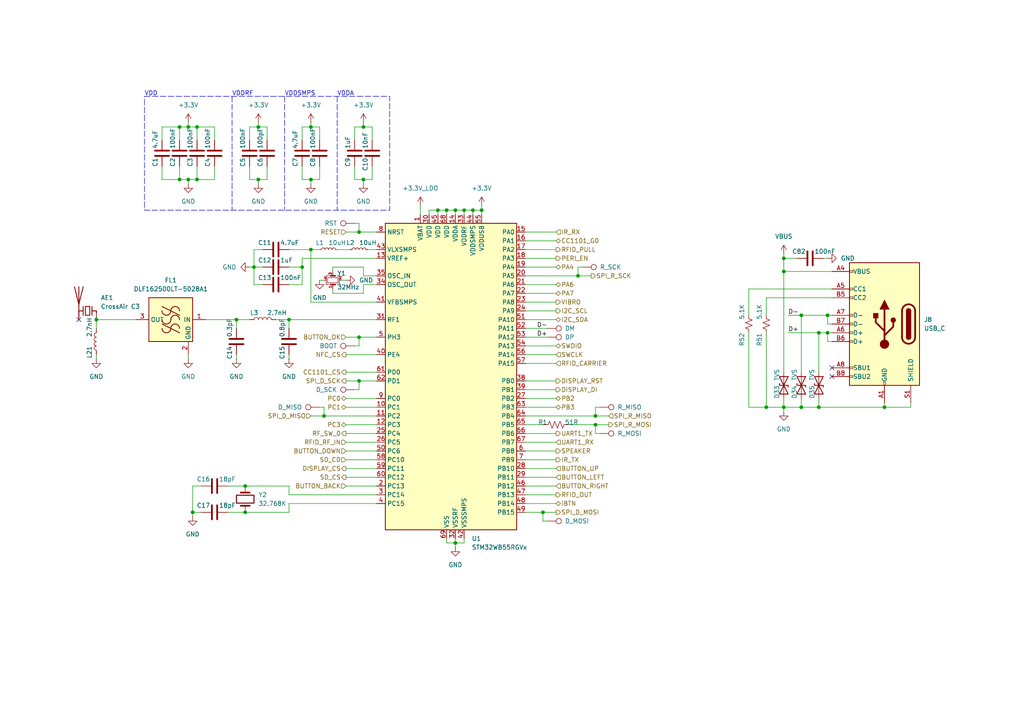
<source format=kicad_sch>
(kicad_sch (version 20231120) (generator "eeschema") (generator_version "8.0")
  (paper "A4")
  (lib_symbols
    (symbol "Connector:TestPoint" (pin_numbers hide) (pin_names (offset 0.762) hide)
      (property "Reference" "TP" (at 0 6.858 0))
      (property "Value" "TestPoint" (at 0 5.08 0))
      (symbol "TestPoint_1_1"
        (pin passive line (at 0 0 90) (length 2.54) (name "1") (number "1"))
      )
    )
    (symbol "Connector:USB_C_Receptacle_USB2.0_16P" (pin_names (offset 1.016))
      (property "Reference" "J" (at 0 22.225 0))
      (property "Value" "USB_C_Receptacle_USB2.0_16P" (at 0 19.685 0))
      (symbol "USB_C_Receptacle_USB2.0_16P_1_1"
        (pin passive line (at 0 -22.86 90) (length 5.08) (name "GND") (number "A1"))
        (pin passive line (at 0 -22.86 90) (length 5.08) hide (name "GND") (number "A12"))
        (pin passive line (at 15.24 15.24 180) (length 5.08) (name "VBUS") (number "A4"))
        (pin bidirectional line (at 15.24 10.16 180) (length 5.08) (name "CC1") (number "A5"))
        (pin bidirectional line (at 15.24 -2.54 180) (length 5.08) (name "D+") (number "A6"))
        (pin bidirectional line (at 15.24 2.54 180) (length 5.08) (name "D-") (number "A7"))
        (pin bidirectional line (at 15.24 -12.7 180) (length 5.08) (name "SBU1") (number "A8"))
        (pin passive line (at 15.24 15.24 180) (length 5.08) hide (name "VBUS") (number "A9"))
        (pin passive line (at 0 -22.86 90) (length 5.08) hide (name "GND") (number "B1"))
        (pin passive line (at 0 -22.86 90) (length 5.08) hide (name "GND") (number "B12"))
        (pin passive line (at 15.24 15.24 180) (length 5.08) hide (name "VBUS") (number "B4"))
        (pin bidirectional line (at 15.24 7.62 180) (length 5.08) (name "CC2") (number "B5"))
        (pin bidirectional line (at 15.24 -5.08 180) (length 5.08) (name "D+") (number "B6"))
        (pin bidirectional line (at 15.24 0 180) (length 5.08) (name "D-") (number "B7"))
        (pin bidirectional line (at 15.24 -15.24 180) (length 5.08) (name "SBU2") (number "B8"))
        (pin passive line (at 15.24 15.24 180) (length 5.08) hide (name "VBUS") (number "B9"))
        (pin passive line (at -7.62 -22.86 90) (length 5.08) (name "SHIELD") (number "S1"))
      )
    )
    (symbol "Device:Antenna_Chip" (pin_numbers hide) (pin_names (offset 1.016) hide)
      (property "Reference" "AE" (at 0 5.08 0))
      (property "Value" "Antenna_Chip" (at 0 3.175 0))
      (symbol "Antenna_Chip_1_1"
        (pin input line (at -2.54 -2.54 90) (length 2.54) (name "FEED") (number "1"))
        (pin passive line (at 2.54 -2.54 90) (length 2.54) (name "PCB_Trace") (number "2"))
      )
    )
    (symbol "Device:C" (pin_numbers hide) (pin_names (offset 0.254))
      (property "Reference" "C" (at 0.635 2.54 0))
      (property "Value" "C" (at 0.635 -2.54 0))
      (symbol "C_1_1"
        (pin passive line (at 0 3.81 270) (length 2.794) (name "~") (number "1"))
        (pin passive line (at 0 -3.81 90) (length 2.794) (name "~") (number "2"))
      )
    )
    (symbol "Device:Crystal" (pin_numbers hide) (pin_names (offset 1.016) hide)
      (property "Reference" "Y" (at 0 3.81 0))
      (property "Value" "Crystal" (at 0 -3.81 0))
      (symbol "Crystal_1_1"
        (pin passive line (at -3.81 0 0) (length 1.27) (name "1") (number "1"))
        (pin passive line (at 3.81 0 180) (length 1.27) (name "2") (number "2"))
      )
    )
    (symbol "Device:Crystal_GND24_Small" (pin_names (offset 1.016) hide)
      (property "Reference" "Y" (at 1.27 4.445 0))
      (property "Value" "Crystal_GND24_Small" (at 1.27 2.54 0))
      (symbol "Crystal_GND24_Small_1_1"
        (pin passive line (at -2.54 0 0) (length 1.27) (name "1") (number "1"))
        (pin passive line (at 0 -2.54 90) (length 0.635) (name "2") (number "2"))
        (pin passive line (at 2.54 0 180) (length 1.27) (name "3") (number "3"))
        (pin passive line (at 0 2.54 270) (length 0.635) (name "4") (number "4"))
      )
    )
    (symbol "Device:D_TVS" (pin_numbers hide) (pin_names (offset 1.016) hide)
      (property "Reference" "D" (at 0 2.54 0))
      (property "Value" "D_TVS" (at 0 -2.54 0))
      (symbol "D_TVS_1_1"
        (pin passive line (at -3.81 0 0) (length 2.54) (name "A1") (number "1"))
        (pin passive line (at 3.81 0 180) (length 2.54) (name "A2") (number "2"))
      )
    )
    (symbol "Device:L" (pin_numbers hide) (pin_names (offset 1.016) hide)
      (property "Reference" "L" (at -1.27 0 90))
      (property "Value" "L" (at 1.905 0 90))
      (symbol "L_1_1"
        (pin passive line (at 0 3.81 270) (length 1.27) (name "1") (number "1"))
        (pin passive line (at 0 -3.81 90) (length 1.27) (name "2") (number "2"))
      )
    )
    (symbol "Device:L_Small" (pin_numbers hide) (pin_names (offset 0.254) hide)
      (property "Reference" "L" (at 0.762 1.016 0))
      (property "Value" "L_Small" (at 0.762 -1.016 0))
      (symbol "L_Small_1_1"
        (pin passive line (at 0 2.54 270) (length 0.508) (name "~") (number "1"))
        (pin passive line (at 0 -2.54 90) (length 0.508) (name "~") (number "2"))
      )
    )
    (symbol "Device:R_Small_US" (pin_numbers hide) (pin_names (offset 0.254) hide)
      (property "Reference" "R" (at 0.762 0.508 0))
      (property "Value" "R_Small_US" (at 0.762 -1.016 0))
      (symbol "R_Small_US_1_1"
        (pin passive line (at 0 2.54 270) (length 1.016) (name "~") (number "1"))
        (pin passive line (at 0 -2.54 90) (length 1.016) (name "~") (number "2"))
      )
    )
    (symbol "Device:R_US" (pin_numbers hide) (pin_names (offset 0))
      (property "Reference" "R" (at 2.54 0 90))
      (property "Value" "R_US" (at -2.54 0 90))
      (symbol "R_US_1_1"
        (pin passive line (at 0 3.81 270) (length 1.27) (name "~") (number "1"))
        (pin passive line (at 0 -3.81 90) (length 1.27) (name "~") (number "2"))
      )
    )
    (symbol "Library:DLF162500LT-5028A1"
      (property "Reference" "FL" (at 0 10.16 0))
      (property "Value" "DLF162500LT-5028A1" (at 0 7.62 0))
      (symbol "DLF162500LT-5028A1_1_1"
        (pin input line (at -10.16 0 0) (length 3.81) (name "IN") (number "1"))
        (pin power_in line (at -5.08 -10.16 90) (length 3.81) (name "GND") (number "2"))
        (pin output line (at 10.16 0 180) (length 3.81) (name "OUT") (number "3"))
        (pin passive line (at -5.08 -10.16 90) (length 3.81) hide (name "GND") (number "4"))
      )
    )
    (symbol "MCU_ST_STM32WB:STM32WB55RGVx"
      (property "Reference" "U" (at -17.78 46.99 0))
      (property "Value" "STM32WB55RGVx" (at 12.7 46.99 0))
      (symbol "STM32WB55RGVx_1_1"
        (pin power_in line (at -7.62 48.26 270) (length 2.54) (name "VBAT") (number "1"))
        (pin bidirectional line (at -20.32 -7.62 0) (length 2.54) (name "PC1") (number "10"))
        (pin bidirectional line (at -20.32 -10.16 0) (length 2.54) (name "PC2") (number "11"))
        (pin bidirectional line (at -20.32 -12.7 0) (length 2.54) (name "PC3") (number "12"))
        (pin input line (at -20.32 35.56 0) (length 2.54) (name "VREF+") (number "13"))
        (pin power_in line (at 2.54 48.26 270) (length 2.54) (name "VDDA") (number "14"))
        (pin bidirectional line (at 22.86 43.18 180) (length 2.54) (name "PA0") (number "15"))
        (pin bidirectional line (at 22.86 40.64 180) (length 2.54) (name "PA1") (number "16"))
        (pin bidirectional line (at 22.86 38.1 180) (length 2.54) (name "PA2") (number "17"))
        (pin bidirectional line (at 22.86 35.56 180) (length 2.54) (name "PA3") (number "18"))
        (pin bidirectional line (at 22.86 33.02 180) (length 2.54) (name "PA4") (number "19"))
        (pin bidirectional line (at -20.32 -30.48 0) (length 2.54) (name "PC13") (number "2"))
        (pin bidirectional line (at 22.86 30.48 180) (length 2.54) (name "PA5") (number "20"))
        (pin bidirectional line (at 22.86 27.94 180) (length 2.54) (name "PA6") (number "21"))
        (pin bidirectional line (at 22.86 25.4 180) (length 2.54) (name "PA7") (number "22"))
        (pin bidirectional line (at 22.86 22.86 180) (length 2.54) (name "PA8") (number "23"))
        (pin bidirectional line (at 22.86 20.32 180) (length 2.54) (name "PA9") (number "24"))
        (pin bidirectional line (at -20.32 -15.24 0) (length 2.54) (name "PC4") (number "25"))
        (pin bidirectional line (at -20.32 -17.78 0) (length 2.54) (name "PC5") (number "26"))
        (pin bidirectional line (at 22.86 -5.08 180) (length 2.54) (name "PB2") (number "27"))
        (pin bidirectional line (at 22.86 -25.4 180) (length 2.54) (name "PB10") (number "28"))
        (pin bidirectional line (at 22.86 -27.94 180) (length 2.54) (name "PB11") (number "29"))
        (pin bidirectional line (at -20.32 -33.02 0) (length 2.54) (name "PC14") (number "3"))
        (pin power_in line (at -5.08 48.26 270) (length 2.54) (name "VDD") (number "30"))
        (pin bidirectional line (at -20.32 17.78 0) (length 2.54) (name "RF1") (number "31"))
        (pin power_in line (at 2.54 -45.72 90) (length 2.54) (name "VSSRF") (number "32"))
        (pin power_in line (at 5.08 48.26 270) (length 2.54) (name "VDDRF") (number "33"))
        (pin input line (at -20.32 27.94 0) (length 2.54) (name "OSC_OUT") (number "34"))
        (pin input line (at -20.32 30.48 0) (length 2.54) (name "OSC_IN") (number "35"))
        (pin no_connect line (at -17.78 -43.18 0) (length 2.54) hide (name "AT0") (number "36"))
        (pin no_connect line (at -17.78 -40.64 0) (length 2.54) hide (name "AT1") (number "37"))
        (pin bidirectional line (at 22.86 0 180) (length 2.54) (name "PB0") (number "38"))
        (pin bidirectional line (at 22.86 -2.54 180) (length 2.54) (name "PB1") (number "39"))
        (pin bidirectional line (at -20.32 -35.56 0) (length 2.54) (name "PC15") (number "4"))
        (pin bidirectional line (at -20.32 7.62 0) (length 2.54) (name "PE4") (number "40"))
        (pin input line (at -20.32 22.86 0) (length 2.54) (name "VFBSMPS") (number "41"))
        (pin power_in line (at 5.08 -45.72 90) (length 2.54) (name "VSSSMPS") (number "42"))
        (pin power_in line (at -20.32 38.1 0) (length 2.54) (name "VLXSMPS") (number "43"))
        (pin power_in line (at 7.62 48.26 270) (length 2.54) (name "VDDSMPS") (number "44"))
        (pin power_in line (at -2.54 48.26 270) (length 2.54) (name "VDD") (number "45"))
        (pin bidirectional line (at 22.86 -30.48 180) (length 2.54) (name "PB12") (number "46"))
        (pin bidirectional line (at 22.86 -33.02 180) (length 2.54) (name "PB13") (number "47"))
        (pin bidirectional line (at 22.86 -35.56 180) (length 2.54) (name "PB14") (number "48"))
        (pin bidirectional line (at 22.86 -38.1 180) (length 2.54) (name "PB15") (number "49"))
        (pin bidirectional line (at -20.32 12.7 0) (length 2.54) (name "PH3") (number "5"))
        (pin bidirectional line (at -20.32 -20.32 0) (length 2.54) (name "PC6") (number "50"))
        (pin bidirectional line (at 22.86 17.78 180) (length 2.54) (name "PA10") (number "51"))
        (pin bidirectional line (at 22.86 15.24 180) (length 2.54) (name "PA11") (number "52"))
        (pin bidirectional line (at 22.86 12.7 180) (length 2.54) (name "PA12") (number "53"))
        (pin bidirectional line (at 22.86 10.16 180) (length 2.54) (name "PA13") (number "54"))
        (pin power_in line (at 10.16 48.26 270) (length 2.54) (name "VDDUSB") (number "55"))
        (pin bidirectional line (at 22.86 7.62 180) (length 2.54) (name "PA14") (number "56"))
        (pin bidirectional line (at 22.86 5.08 180) (length 2.54) (name "PA15") (number "57"))
        (pin bidirectional line (at -20.32 -22.86 0) (length 2.54) (name "PC10") (number "58"))
        (pin bidirectional line (at -20.32 -25.4 0) (length 2.54) (name "PC11") (number "59"))
        (pin bidirectional line (at 22.86 -20.32 180) (length 2.54) (name "PB8") (number "6"))
        (pin bidirectional line (at -20.32 -27.94 0) (length 2.54) (name "PC12") (number "60"))
        (pin bidirectional line (at -20.32 2.54 0) (length 2.54) (name "PD0") (number "61"))
        (pin bidirectional line (at -20.32 0 0) (length 2.54) (name "PD1") (number "62"))
        (pin bidirectional line (at 22.86 -7.62 180) (length 2.54) (name "PB3") (number "63"))
        (pin bidirectional line (at 22.86 -10.16 180) (length 2.54) (name "PB4") (number "64"))
        (pin bidirectional line (at 22.86 -12.7 180) (length 2.54) (name "PB5") (number "65"))
        (pin bidirectional line (at 22.86 -15.24 180) (length 2.54) (name "PB6") (number "66"))
        (pin bidirectional line (at 22.86 -17.78 180) (length 2.54) (name "PB7") (number "67"))
        (pin power_in line (at 0 48.26 270) (length 2.54) (name "VDD") (number "68"))
        (pin power_in line (at 0 -45.72 90) (length 2.54) (name "VSS") (number "69"))
        (pin bidirectional line (at 22.86 -22.86 180) (length 2.54) (name "PB9") (number "7"))
        (pin input line (at -20.32 43.18 0) (length 2.54) (name "NRST") (number "8"))
        (pin bidirectional line (at -20.32 -5.08 0) (length 2.54) (name "PC0") (number "9"))
      )
    )
    (symbol "power:+3.3V" (power) (pin_numbers hide) (pin_names (offset 0) hide)
      (property "Value" "+3.3V" (at 0 3.556 0))
      (symbol "+3.3V_1_1"
        (pin power_in line (at 0 0 90) (length 0) (name "~") (number "1"))
      )
    )
    (symbol "power:GND" (power) (pin_numbers hide) (pin_names (offset 0) hide)
      (property "Value" "GND" (at 0 -3.81 0))
      (symbol "GND_1_1"
        (pin power_in line (at 0 0 270) (length 0) (name "~") (number "1"))
      )
    )
    (symbol "power:VBUS" (power) (pin_numbers hide) (pin_names (offset 0) hide)
      (property "Value" "VBUS" (at 0 3.556 0))
      (symbol "VBUS_1_1"
        (pin power_in line (at 0 0 90) (length 0) (name "~") (number "1"))
      )
    )
    (symbol "power:VCC" (power) (pin_numbers hide) (pin_names (offset 0) hide)
      (property "Value" "VCC" (at 0 3.556 0))
      (symbol "VCC_1_1"
        (pin power_in line (at 0 0 90) (length 0) (name "~") (number "1"))
      )
    )
  )
  (junction (at 137.16 60.96))
  (junction (at 104.14 110.49))
  (junction (at 71.12 148.59))
  (junction (at 134.62 60.96))
  (junction (at 27.94 92.71))
  (junction (at 240.03 96.52))
  (junction (at 157.48 148.59))
  (junction (at 90.17 36.83))
  (junction (at 129.54 60.96))
  (junction (at 139.7 60.96))
  (junction (at 167.64 80.01))
  (junction (at 57.15 52.07))
  (junction (at 57.15 36.83))
  (junction (at 256.54 118.11))
  (junction (at 54.61 52.07))
  (junction (at 74.93 36.83))
  (junction (at 232.41 118.11))
  (junction (at 172.72 123.19))
  (junction (at 71.12 140.97))
  (junction (at 83.82 92.71))
  (junction (at 227.33 74.93))
  (junction (at 87.63 77.47))
  (junction (at 93.98 120.65))
  (junction (at 90.17 52.07))
  (junction (at 237.49 96.52))
  (junction (at 55.88 148.59))
  (junction (at 104.14 97.79))
  (junction (at 172.72 120.65))
  (junction (at 240.03 91.44))
  (junction (at 237.49 118.11))
  (junction (at 54.61 36.83))
  (junction (at 52.07 52.07))
  (junction (at 73.66 77.47))
  (junction (at 104.14 67.31))
  (junction (at 74.93 52.07))
  (junction (at 105.41 52.07))
  (junction (at 227.33 118.11))
  (junction (at 132.08 157.48))
  (junction (at 90.17 72.39))
  (junction (at 52.07 36.83))
  (junction (at 232.41 91.44))
  (junction (at 68.58 92.71))
  (junction (at 222.25 118.11))
  (junction (at 132.08 60.96))
  (junction (at 105.41 36.83))
  (junction (at 227.33 78.74))
  (junction (at 127 60.96))
  (no_connect (at 241.3 109.22))
  (no_connect (at 22.86 92.71))
  (no_connect (at 241.3 106.68))
  (wire (pts (xy 161.29 115.57) (xy 152.4 115.57)))
  (wire (pts (xy 100.33 123.19) (xy 109.22 123.19)))
  (wire (pts (xy 74.93 52.07) (xy 77.47 52.07)))
  (wire (pts (xy 161.29 77.47) (xy 152.4 77.47)))
  (wire (pts (xy 58.42 140.97) (xy 55.88 140.97)))
  (wire (pts (xy 57.15 36.83) (xy 54.61 36.83)))
  (wire (pts (xy 105.41 85.09) (xy 105.41 82.55)))
  (wire (pts (xy 87.63 77.47) (xy 87.63 82.55)))
  (wire (pts (xy 105.41 77.47) (xy 105.41 80.01)))
  (wire (pts (xy 173.99 125.73) (xy 172.72 125.73)))
  (wire (pts (xy 232.41 91.44) (xy 228.6 91.44)))
  (wire (pts (xy 132.08 157.48) (xy 132.08 158.75)))
  (polyline (pts (xy 97.79 27.94) (xy 97.79 60.96)) (stroke (width 0) (type dash)))
  (wire (pts (xy 157.48 151.13) (xy 157.48 148.59)))
  (wire (pts (xy 161.29 140.97) (xy 152.4 140.97)))
  (wire (pts (xy 256.54 118.11) (xy 256.54 116.84)))
  (wire (pts (xy 105.41 52.07) (xy 107.95 52.07)))
  (wire (pts (xy 157.48 148.59) (xy 152.4 148.59)))
  (wire (pts (xy 102.87 52.07) (xy 105.41 52.07)))
  (wire (pts (xy 105.41 82.55) (xy 109.22 82.55)))
  (wire (pts (xy 240.03 99.06) (xy 241.3 99.06)))
  (wire (pts (xy 109.22 130.81) (xy 100.33 130.81)))
  (wire (pts (xy 90.17 52.07) (xy 90.17 53.34)))
  (wire (pts (xy 161.29 133.35) (xy 152.4 133.35)))
  (wire (pts (xy 109.22 135.89) (xy 100.33 135.89)))
  (wire (pts (xy 54.61 52.07) (xy 57.15 52.07)))
  (wire (pts (xy 52.07 48.26) (xy 52.07 52.07)))
  (wire (pts (xy 222.25 86.36) (xy 222.25 91.44)))
  (wire (pts (xy 92.71 118.11) (xy 93.98 118.11)))
  (wire (pts (xy 83.82 92.71) (xy 109.22 92.71)))
  (wire (pts (xy 54.61 36.83) (xy 52.07 36.83)))
  (wire (pts (xy 87.63 74.93) (xy 109.22 74.93)))
  (wire (pts (xy 161.29 125.73) (xy 152.4 125.73)))
  (wire (pts (xy 172.72 118.11) (xy 172.72 120.65)))
  (wire (pts (xy 83.82 146.05) (xy 109.22 146.05)))
  (wire (pts (xy 46.99 36.83) (xy 52.07 36.83)))
  (wire (pts (xy 96.52 85.09) (xy 105.41 85.09)))
  (wire (pts (xy 71.12 148.59) (xy 83.82 148.59)))
  (wire (pts (xy 240.03 96.52) (xy 240.03 99.06)))
  (wire (pts (xy 173.99 118.11) (xy 172.72 118.11)))
  (wire (pts (xy 232.41 115.57) (xy 232.41 118.11)))
  (wire (pts (xy 27.94 92.71) (xy 27.94 95.25)))
  (wire (pts (xy 68.58 92.71) (xy 59.69 92.71)))
  (wire (pts (xy 68.58 102.87) (xy 68.58 104.14)))
  (wire (pts (xy 105.41 36.83) (xy 102.87 36.83)))
  (wire (pts (xy 161.29 105.41) (xy 152.4 105.41)))
  (wire (pts (xy 161.29 135.89) (xy 152.4 135.89)))
  (wire (pts (xy 107.95 36.83) (xy 105.41 36.83)))
  (wire (pts (xy 176.53 120.65) (xy 172.72 120.65)))
  (wire (pts (xy 161.29 148.59) (xy 157.48 148.59)))
  (wire (pts (xy 240.03 91.44) (xy 240.03 93.98)))
  (wire (pts (xy 105.41 80.01) (xy 109.22 80.01)))
  (wire (pts (xy 27.94 92.71) (xy 39.37 92.71)))
  (wire (pts (xy 55.88 148.59) (xy 55.88 149.86)))
  (wire (pts (xy 134.62 156.21) (xy 134.62 157.48)))
  (wire (pts (xy 90.17 72.39) (xy 92.71 72.39)))
  (wire (pts (xy 124.46 60.96) (xy 127 60.96)))
  (wire (pts (xy 73.66 77.47) (xy 72.39 77.47)))
  (wire (pts (xy 237.49 115.57) (xy 237.49 118.11)))
  (wire (pts (xy 217.17 83.82) (xy 217.17 91.44)))
  (wire (pts (xy 100.33 118.11) (xy 109.22 118.11)))
  (wire (pts (xy 62.23 40.64) (xy 62.23 36.83)))
  (wire (pts (xy 92.71 48.26) (xy 92.71 52.07)))
  (wire (pts (xy 168.91 77.47) (xy 167.64 77.47)))
  (wire (pts (xy 102.87 36.83) (xy 102.87 40.64)))
  (wire (pts (xy 139.7 60.96) (xy 139.7 62.23)))
  (wire (pts (xy 73.66 77.47) (xy 76.2 77.47)))
  (wire (pts (xy 132.08 62.23) (xy 132.08 60.96)))
  (wire (pts (xy 102.87 48.26) (xy 102.87 52.07)))
  (wire (pts (xy 96.52 83.82) (xy 96.52 85.09)))
  (wire (pts (xy 232.41 91.44) (xy 232.41 107.95)))
  (wire (pts (xy 161.29 128.27) (xy 152.4 128.27)))
  (wire (pts (xy 172.72 120.65) (xy 152.4 120.65)))
  (wire (pts (xy 237.49 96.52) (xy 228.6 96.52)))
  (wire (pts (xy 96.52 78.74) (xy 96.52 77.47)))
  (wire (pts (xy 100.33 102.87) (xy 109.22 102.87)))
  (wire (pts (xy 54.61 35.56) (xy 54.61 36.83)))
  (wire (pts (xy 105.41 52.07) (xy 105.41 53.34)))
  (wire (pts (xy 158.75 95.25) (xy 152.4 95.25)))
  (wire (pts (xy 124.46 62.23) (xy 124.46 60.96)))
  (wire (pts (xy 232.41 91.44) (xy 240.03 91.44)))
  (wire (pts (xy 172.72 123.19) (xy 165.1 123.19)))
  (wire (pts (xy 161.29 100.33) (xy 152.4 100.33)))
  (wire (pts (xy 240.03 91.44) (xy 241.3 91.44)))
  (wire (pts (xy 127 60.96) (xy 129.54 60.96)))
  (wire (pts (xy 83.82 148.59) (xy 83.82 146.05)))
  (wire (pts (xy 90.17 36.83) (xy 87.63 36.83)))
  (wire (pts (xy 227.33 78.74) (xy 227.33 74.93)))
  (wire (pts (xy 217.17 118.11) (xy 222.25 118.11)))
  (wire (pts (xy 161.29 118.11) (xy 152.4 118.11)))
  (wire (pts (xy 109.22 140.97) (xy 100.33 140.97)))
  (wire (pts (xy 139.7 59.69) (xy 139.7 60.96)))
  (wire (pts (xy 109.22 87.63) (xy 90.17 87.63)))
  (wire (pts (xy 87.63 48.26) (xy 87.63 52.07)))
  (wire (pts (xy 227.33 78.74) (xy 227.33 107.95)))
  (wire (pts (xy 100.33 128.27) (xy 109.22 128.27)))
  (wire (pts (xy 62.23 52.07) (xy 57.15 52.07)))
  (wire (pts (xy 104.14 64.77) (xy 104.14 67.31)))
  (wire (pts (xy 137.16 60.96) (xy 137.16 62.23)))
  (wire (pts (xy 241.3 83.82) (xy 217.17 83.82)))
  (wire (pts (xy 54.61 102.87) (xy 54.61 104.14)))
  (wire (pts (xy 232.41 118.11) (xy 237.49 118.11)))
  (wire (pts (xy 83.82 77.47) (xy 87.63 77.47)))
  (wire (pts (xy 161.29 85.09) (xy 152.4 85.09)))
  (polyline (pts (xy 67.31 27.94) (xy 67.31 60.96)) (stroke (width 0) (type dash)))
  (wire (pts (xy 100.33 115.57) (xy 109.22 115.57)))
  (wire (pts (xy 132.08 60.96) (xy 134.62 60.96)))
  (wire (pts (xy 46.99 48.26) (xy 46.99 52.07)))
  (wire (pts (xy 104.14 110.49) (xy 109.22 110.49)))
  (wire (pts (xy 237.49 96.52) (xy 240.03 96.52)))
  (wire (pts (xy 83.82 143.51) (xy 109.22 143.51)))
  (wire (pts (xy 90.17 52.07) (xy 92.71 52.07)))
  (wire (pts (xy 161.29 138.43) (xy 152.4 138.43)))
  (wire (pts (xy 161.29 143.51) (xy 152.4 143.51)))
  (wire (pts (xy 68.58 95.25) (xy 68.58 92.71)))
  (wire (pts (xy 129.54 156.21) (xy 129.54 157.48)))
  (wire (pts (xy 161.29 130.81) (xy 152.4 130.81)))
  (wire (pts (xy 227.33 74.93) (xy 231.14 74.93)))
  (wire (pts (xy 157.48 123.19) (xy 152.4 123.19)))
  (wire (pts (xy 105.41 35.56) (xy 105.41 36.83)))
  (wire (pts (xy 222.25 96.52) (xy 222.25 118.11)))
  (wire (pts (xy 237.49 118.11) (xy 256.54 118.11)))
  (wire (pts (xy 92.71 81.28) (xy 93.98 81.28)))
  (wire (pts (xy 74.93 35.56) (xy 74.93 36.83)))
  (wire (pts (xy 93.98 120.65) (xy 109.22 120.65)))
  (wire (pts (xy 66.04 148.59) (xy 71.12 148.59)))
  (wire (pts (xy 161.29 67.31) (xy 152.4 67.31)))
  (wire (pts (xy 264.16 118.11) (xy 264.16 116.84)))
  (wire (pts (xy 87.63 82.55) (xy 83.82 82.55)))
  (wire (pts (xy 74.93 36.83) (xy 72.39 36.83)))
  (wire (pts (xy 241.3 86.36) (xy 222.25 86.36)))
  (wire (pts (xy 93.98 118.11) (xy 93.98 120.65)))
  (wire (pts (xy 161.29 146.05) (xy 152.4 146.05)))
  (wire (pts (xy 62.23 36.83) (xy 57.15 36.83)))
  (wire (pts (xy 227.33 74.93) (xy 227.33 73.66)))
  (wire (pts (xy 80.01 92.71) (xy 83.82 92.71)))
  (wire (pts (xy 83.82 92.71) (xy 83.82 95.25)))
  (wire (pts (xy 222.25 118.11) (xy 227.33 118.11)))
  (wire (pts (xy 104.14 100.33) (xy 104.14 97.79)))
  (wire (pts (xy 97.79 72.39) (xy 101.6 72.39)))
  (wire (pts (xy 227.33 115.57) (xy 227.33 118.11)))
  (wire (pts (xy 52.07 36.83) (xy 52.07 40.64)))
  (wire (pts (xy 87.63 52.07) (xy 90.17 52.07)))
  (wire (pts (xy 104.14 97.79) (xy 109.22 97.79)))
  (wire (pts (xy 62.23 48.26) (xy 62.23 52.07)))
  (wire (pts (xy 129.54 157.48) (xy 132.08 157.48)))
  (wire (pts (xy 74.93 52.07) (xy 74.93 53.34)))
  (wire (pts (xy 107.95 48.26) (xy 107.95 52.07)))
  (wire (pts (xy 172.72 125.73) (xy 172.72 123.19)))
  (wire (pts (xy 161.29 110.49) (xy 152.4 110.49)))
  (wire (pts (xy 46.99 52.07) (xy 52.07 52.07)))
  (wire (pts (xy 46.99 40.64) (xy 46.99 36.83)))
  (wire (pts (xy 100.33 107.95) (xy 109.22 107.95)))
  (wire (pts (xy 83.82 140.97) (xy 71.12 140.97)))
  (wire (pts (xy 161.29 113.03) (xy 152.4 113.03)))
  (wire (pts (xy 240.03 74.93) (xy 238.76 74.93)))
  (wire (pts (xy 83.82 102.87) (xy 83.82 104.14)))
  (wire (pts (xy 90.17 87.63) (xy 90.17 72.39)))
  (wire (pts (xy 100.33 125.73) (xy 109.22 125.73)))
  (wire (pts (xy 104.14 113.03) (xy 104.14 110.49)))
  (wire (pts (xy 134.62 157.48) (xy 132.08 157.48)))
  (wire (pts (xy 77.47 48.26) (xy 77.47 52.07)))
  (wire (pts (xy 73.66 72.39) (xy 76.2 72.39)))
  (wire (pts (xy 77.47 40.64) (xy 77.47 36.83)))
  (wire (pts (xy 87.63 36.83) (xy 87.63 40.64)))
  (wire (pts (xy 137.16 60.96) (xy 139.7 60.96)))
  (wire (pts (xy 72.39 48.26) (xy 72.39 52.07)))
  (wire (pts (xy 161.29 82.55) (xy 152.4 82.55)))
  (wire (pts (xy 52.07 52.07) (xy 54.61 52.07)))
  (wire (pts (xy 109.22 138.43) (xy 100.33 138.43)))
  (wire (pts (xy 176.53 123.19) (xy 172.72 123.19)))
  (wire (pts (xy 54.61 52.07) (xy 54.61 53.34)))
  (wire (pts (xy 132.08 157.48) (xy 132.08 156.21)))
  (wire (pts (xy 107.95 40.64) (xy 107.95 36.83)))
  (wire (pts (xy 227.33 118.11) (xy 227.33 119.38)))
  (wire (pts (xy 72.39 36.83) (xy 72.39 40.64)))
  (wire (pts (xy 121.92 59.69) (xy 121.92 62.23)))
  (wire (pts (xy 161.29 69.85) (xy 152.4 69.85)))
  (wire (pts (xy 227.33 78.74) (xy 241.3 78.74)))
  (wire (pts (xy 100.33 97.79) (xy 104.14 97.79)))
  (wire (pts (xy 161.29 87.63) (xy 152.4 87.63)))
  (wire (pts (xy 102.87 100.33) (xy 104.14 100.33)))
  (wire (pts (xy 55.88 148.59) (xy 58.42 148.59)))
  (wire (pts (xy 129.54 60.96) (xy 132.08 60.96)))
  (wire (pts (xy 100.33 110.49) (xy 104.14 110.49)))
  (wire (pts (xy 167.64 77.47) (xy 167.64 80.01)))
  (wire (pts (xy 57.15 48.26) (xy 57.15 52.07)))
  (wire (pts (xy 92.71 36.83) (xy 90.17 36.83)))
  (wire (pts (xy 256.54 118.11) (xy 264.16 118.11)))
  (wire (pts (xy 161.29 92.71) (xy 152.4 92.71)))
  (wire (pts (xy 109.22 133.35) (xy 100.33 133.35)))
  (wire (pts (xy 227.33 118.11) (xy 232.41 118.11)))
  (wire (pts (xy 66.04 140.97) (xy 71.12 140.97)))
  (wire (pts (xy 127 60.96) (xy 127 62.23)))
  (wire (pts (xy 102.87 64.77) (xy 104.14 64.77)))
  (wire (pts (xy 68.58 92.71) (xy 72.39 92.71)))
  (wire (pts (xy 134.62 60.96) (xy 134.62 62.23)))
  (wire (pts (xy 161.29 90.17) (xy 152.4 90.17)))
  (wire (pts (xy 106.68 72.39) (xy 109.22 72.39)))
  (wire (pts (xy 76.2 82.55) (xy 73.66 82.55)))
  (wire (pts (xy 240.03 96.52) (xy 241.3 96.52)))
  (wire (pts (xy 90.17 35.56) (xy 90.17 36.83)))
  (wire (pts (xy 83.82 72.39) (xy 90.17 72.39)))
  (wire (pts (xy 104.14 67.31) (xy 109.22 67.31)))
  (wire (pts (xy 171.45 80.01) (xy 167.64 80.01)))
  (wire (pts (xy 161.29 102.87) (xy 152.4 102.87)))
  (polyline (pts (xy 82.55 27.94) (xy 82.55 60.96)) (stroke (width 0) (type dash)))
  (wire (pts (xy 167.64 80.01) (xy 152.4 80.01)))
  (wire (pts (xy 134.62 60.96) (xy 137.16 60.96)))
  (wire (pts (xy 27.94 102.87) (xy 27.94 104.14)))
  (wire (pts (xy 129.54 60.96) (xy 129.54 62.23)))
  (wire (pts (xy 55.88 140.97) (xy 55.88 148.59)))
  (wire (pts (xy 102.87 113.03) (xy 104.14 113.03)))
  (wire (pts (xy 72.39 52.07) (xy 74.93 52.07)))
  (wire (pts (xy 92.71 40.64) (xy 92.71 36.83)))
  (wire (pts (xy 240.03 93.98) (xy 241.3 93.98)))
  (wire (pts (xy 99.06 81.28) (xy 100.33 81.28)))
  (wire (pts (xy 152.4 97.79) (xy 158.75 97.79)))
  (wire (pts (xy 83.82 143.51) (xy 83.82 140.97)))
  (wire (pts (xy 161.29 74.93) (xy 152.4 74.93)))
  (wire (pts (xy 73.66 72.39) (xy 73.66 77.47)))
  (wire (pts (xy 100.33 67.31) (xy 104.14 67.31)))
  (wire (pts (xy 96.52 77.47) (xy 105.41 77.47)))
  (wire (pts (xy 87.63 74.93) (xy 87.63 77.47)))
  (wire (pts (xy 217.17 96.52) (xy 217.17 118.11)))
  (wire (pts (xy 77.47 36.83) (xy 74.93 36.83)))
  (wire (pts (xy 73.66 77.47) (xy 73.66 82.55)))
  (wire (pts (xy 161.29 72.39) (xy 152.4 72.39)))
  (wire (pts (xy 57.15 40.64) (xy 57.15 36.83)))
  (wire (pts (xy 158.75 151.13) (xy 157.48 151.13)))
  (wire (pts (xy 90.17 120.65) (xy 93.98 120.65)))
  (wire (pts (xy 237.49 96.52) (xy 237.49 107.95)))
  (rectangle (start 41.91 27.94) (end 113.03 60.96) (stroke (width 0) (type dash)))
  (text "VDDRF" (at 67.31 27.94 0) (effects (font (size 1.27 1.27)) (justify left bottom)))
  (text "VDDSMPS" (at 82.55 27.94 0) (effects (font (size 1.27 1.27)) (justify left bottom)))
  (text "VDDA" (at 97.79 27.94 0) (effects (font (size 1.27 1.27)) (justify left bottom)))
  (text "VDD" (at 41.91 27.94 0) (effects (font (size 1.27 1.27)) (justify left bottom)))
  (label "D-" (at 228.6 91.44 0))
  (label "D-" (at 158.75 95.25 180))
  (label "D+" (at 158.75 97.79 180))
  (label "D+" (at 228.6 96.52 0))
  (hierarchical_label "BUTTON_UP" (shape input) (at 161.29 135.89 0))
  (hierarchical_label "NFC_CS" (shape output) (at 100.33 102.87 180))
  (hierarchical_label "PA7" (shape bidirectional) (at 161.29 85.09 0))
  (hierarchical_label "PA6" (shape bidirectional) (at 161.29 82.55 0))
  (hierarchical_label "SPI_D_MOSI" (shape output) (at 161.29 148.59 0))
  (hierarchical_label "PC3" (shape bidirectional) (at 100.33 123.19 180))
  (hierarchical_label "CC1101_CS" (shape output) (at 100.33 107.95 180))
  (hierarchical_label "DISPLAY_DI" (shape output) (at 161.29 113.03 0))
  (hierarchical_label "PC1" (shape bidirectional) (at 100.33 118.11 180))
  (hierarchical_label "RFID_RF_IN" (shape input) (at 100.33 128.27 180))
  (hierarchical_label "DISPLAY_CS" (shape output) (at 100.33 135.89 180))
  (hierarchical_label "PC0" (shape bidirectional) (at 100.33 115.57 180))
  (hierarchical_label "PERI_EN" (shape output) (at 161.29 74.93 0))
  (hierarchical_label "IR_RX" (shape input) (at 161.29 67.31 0))
  (hierarchical_label "BUTTON_OK" (shape input) (at 100.33 97.79 180))
  (hierarchical_label "RFID_CARRIER" (shape input) (at 161.29 105.41 0))
  (hierarchical_label "DISPLAY_RST" (shape output) (at 161.29 110.49 0))
  (hierarchical_label "BUTTON_BACK" (shape input) (at 100.33 140.97 180))
  (hierarchical_label "I2C_SDA" (shape bidirectional) (at 161.29 92.71 0))
  (hierarchical_label "UART1_TX" (shape output) (at 161.29 125.73 0))
  (hierarchical_label "SWDIO" (shape bidirectional) (at 161.29 100.33 0))
  (hierarchical_label "PB3" (shape bidirectional) (at 161.29 118.11 0))
  (hierarchical_label "CC1101_G0" (shape bidirectional) (at 161.29 69.85 0))
  (hierarchical_label "BUTTON_LEFT" (shape input) (at 161.29 138.43 0))
  (hierarchical_label "SD_CS" (shape output) (at 100.33 138.43 180))
  (hierarchical_label "SPI_D_SCK" (shape output) (at 100.33 110.49 180))
  (hierarchical_label "BUTTON_DOWN" (shape input) (at 100.33 130.81 180))
  (hierarchical_label "UART1_RX" (shape input) (at 161.29 128.27 0))
  (hierarchical_label "RF_SW_0" (shape output) (at 100.33 125.73 180))
  (hierarchical_label "SPI_R_SCK" (shape output) (at 171.45 80.01 0))
  (hierarchical_label "iBTN" (shape bidirectional) (at 161.29 146.05 0))
  (hierarchical_label "RESET" (shape input) (at 100.33 67.31 180))
  (hierarchical_label "RFID_OUT" (shape output) (at 161.29 143.51 0))
  (hierarchical_label "SPI_R_MOSI" (shape output) (at 176.53 123.19 0))
  (hierarchical_label "SPEAKER" (shape output) (at 161.29 130.81 0))
  (hierarchical_label "SD_CD" (shape input) (at 100.33 133.35 180))
  (hierarchical_label "SWCLK" (shape input) (at 161.29 102.87 0))
  (hierarchical_label "BUTTON_RIGHT" (shape input) (at 161.29 140.97 0))
  (hierarchical_label "SPI_D_MISO" (shape input) (at 90.17 120.65 180))
  (hierarchical_label "SPI_R_MISO" (shape input) (at 176.53 120.65 0))
  (hierarchical_label "VIBRO" (shape output) (at 161.29 87.63 0))
  (hierarchical_label "IR_TX" (shape output) (at 161.29 133.35 0))
  (hierarchical_label "PA4" (shape bidirectional) (at 161.29 77.47 0))
  (hierarchical_label "PB2" (shape bidirectional) (at 161.29 115.57 0))
  (hierarchical_label "I2C_SCL" (shape output) (at 161.29 90.17 0))
  (hierarchical_label "RFID_PULL" (shape output) (at 161.29 72.39 0))
  (symbol (lib_id "Device:C") (at 46.99 44.45 180) (unit 1)
    (property "Reference" "C1" (at 45.72 45.72 90) (effects (justify left top)))
    (property "Value" "4.7uF" (at 45.72 43.18 90) (effects (justify right top)))
    (property "Footprint" "Capacitor_SMD:C_0402_1005Metric" (effects (hide yes)))
    (property "Description" "Unpolarized capacitor" (effects (hide yes)))
  )
  (symbol (lib_id "power:VBUS") (at 227.33 73.66 0) (unit 1)
    (property "Reference" "#PWR0139" (effects (hide yes)))
    (property "Value" "VBUS" (at 227.33 68.58 0))
    (property "Description" "Power symbol creates a global label with name \"VBUS\"" (effects (hide yes)))
  )
  (symbol (lib_id "Device:C") (at 80.01 82.55 90) (unit 1)
    (property "Reference" "C13" (at 78.74 81.28 90) (effects (justify left top)))
    (property "Value" "100nF" (at 81.28 81.28 90) (effects (justify right top)))
    (property "Footprint" "Capacitor_SMD:C_0402_1005Metric" (effects (hide yes)))
    (property "Description" "Unpolarized capacitor" (effects (hide yes)))
  )
  (symbol (lib_id "Device:C") (at 62.23 140.97 90) (unit 1)
    (property "Reference" "C16" (at 60.96 139.7 90) (effects (justify left top)))
    (property "Value" "18pF" (at 63.5 139.7 90) (effects (justify right top)))
    (property "Footprint" "Capacitor_SMD:C_0402_1005Metric" (effects (hide yes)))
    (property "Description" "Unpolarized capacitor" (effects (hide yes)))
  )
  (symbol (lib_id "Device:Crystal") (at 71.12 144.78 90) (unit 1)
    (property "Reference" "Y2" (at 74.93 143.5099 90) (effects (justify right)))
    (property "Value" "32.768K" (at 74.93 146.0499 90) (effects (justify right)))
    (property "Footprint" "Crystal:Crystal_SMD_3215-2Pin_3.2x1.5mm" (effects (hide yes)))
    (property "Description" "Two pin crystal" (effects (hide yes)))
  )
  (symbol (lib_id "Device:C") (at 80.01 72.39 90) (unit 1)
    (property "Reference" "C11" (at 78.74 71.12 90) (effects (justify left top)))
    (property "Value" "4.7uF" (at 81.28 71.12 90) (effects (justify right top)))
    (property "Footprint" "Capacitor_SMD:C_0402_1005Metric" (effects (hide yes)))
    (property "Description" "Unpolarized capacitor" (effects (hide yes)))
  )
  (symbol (lib_id "Device:C") (at 87.63 44.45 180) (unit 1)
    (property "Reference" "C7" (at 86.36 45.72 90) (effects (justify left top)))
    (property "Value" "4.7uF" (at 86.36 43.18 90) (effects (justify right top)))
    (property "Footprint" "Capacitor_SMD:C_0402_1005Metric" (effects (hide yes)))
    (property "Description" "Unpolarized capacitor" (effects (hide yes)))
  )
  (symbol (lib_id "Device:C") (at 68.58 99.06 180) (unit 1)
    (property "Reference" "C14" (at 67.31 100.33 90) (effects (justify left top)))
    (property "Value" "0.3pF" (at 67.31 97.79 90) (effects (justify right top)))
    (property "Footprint" "Capacitor_SMD:C_0201_0603Metric" (effects (hide yes)))
    (property "Description" "Unpolarized capacitor" (effects (hide yes)))
  )
  (symbol (lib_id "Device:L") (at 27.94 99.06 180) (unit 1)
    (property "Reference" "L21" (at 26.67 100.33 90) (effects (justify left top)))
    (property "Value" "2.7nH" (at 26.67 97.79 90) (effects (justify right top)))
    (property "Footprint" "Inductor_SMD:L_0201_0603Metric" (effects (hide yes)))
    (property "Description" "Inductor" (effects (hide yes)))
  )
  (symbol (lib_id "Device:R_Small_US") (at 217.17 93.98 180) (unit 1)
    (property "Reference" "R52" (at 215.9 96.52 90) (effects (justify left top)))
    (property "Value" "5.1K" (at 215.9 92.71 90) (effects (justify right top)))
    (property "Footprint" "Resistor_SMD:R_0402_1005Metric" (effects (hide yes)))
    (property "Description" "Resistor, small US symbol" (effects (hide yes)))
  )
  (symbol (lib_id "Device:C") (at 83.82 99.06 180) (unit 1)
    (property "Reference" "C15" (at 82.55 100.33 90) (effects (justify left top)))
    (property "Value" "0.8pF" (at 82.55 97.79 90) (effects (justify right top)))
    (property "Footprint" "Capacitor_SMD:C_0201_0603Metric" (effects (hide yes)))
    (property "Description" "Unpolarized capacitor" (effects (hide yes)))
  )
  (symbol (lib_id "Device:L_Small") (at 104.14 72.39 90) (unit 1)
    (property "Reference" "L2" (at 102.87 71.12 90) (effects (justify left top)))
    (property "Value" "10uH" (at 104.14 71.12 90) (effects (justify right top)))
    (property "Footprint" "Inductor_SMD:L_0805_2012Metric" (effects (hide yes)))
    (property "Description" "Inductor, small symbol" (effects (hide yes)))
  )
  (symbol (lib_id "power:GND") (at 105.41 53.34 0) (unit 1)
    (property "Reference" "#PWR08" (effects (hide yes)))
    (property "Value" "GND" (at 105.41 58.42 0))
    (property "Description" "Power symbol creates a global label with name \"GND\" , ground" (effects (hide yes)))
  )
  (symbol (lib_id "power:+3.3V") (at 54.61 35.56 0) (unit 1)
    (property "Reference" "#PWR01" (effects (hide yes)))
    (property "Value" "+3.3V" (at 54.61 30.48 0))
    (property "Description" "Power symbol creates a global label with name \"+3.3V\"" (effects (hide yes)))
  )
  (symbol (lib_id "Device:D_TVS") (at 237.49 111.76 270) (unit 1)
    (property "Reference" "D35" (at 236.22 111.76 0) (effects (justify left top)))
    (property "Value" "TVS" (at 236.22 110.49 0) (effects (justify right top)))
    (property "Footprint" "Diode_SMD:D_0201_0603Metric" (effects (hide yes)))
    (property "Description" "Bidirectional transient-voltage-suppression diode" (effects (hide yes)))
  )
  (symbol (lib_id "Device:C") (at 80.01 77.47 90) (unit 1)
    (property "Reference" "C12" (at 78.74 76.2 90) (effects (justify left top)))
    (property "Value" "1uF" (at 81.28 76.2 90) (effects (justify right top)))
    (property "Footprint" "Capacitor_SMD:C_0402_1005Metric" (effects (hide yes)))
    (property "Description" "Unpolarized capacitor" (effects (hide yes)))
  )
  (symbol (lib_id "Device:Antenna_Chip") (at 25.4 90.17 0) (mirror y) (unit 1)
    (property "Reference" "AE1" (at 29.21 86.3599 0) (effects (justify right)))
    (property "Value" "CrossAir C3" (at 29.21 88.8999 0) (effects (justify right)))
    (property "Footprint" "Library:CrossAir-C3" (effects (hide yes)))
    (property "Description" "Ceramic chip antenna with pin for PCB trace" (effects (hide yes)))
  )
  (symbol (lib_id "Device:R_US") (at 161.29 123.19 90) (unit 1)
    (property "Reference" "R1" (at 158.75 123.19 90) (effects (justify left top)))
    (property "Value" "51R" (at 163.83 123.19 90) (effects (justify right top)))
    (property "Footprint" "Resistor_SMD:R_0402_1005Metric" (effects (hide yes)))
    (property "Description" "Resistor, US symbol" (effects (hide yes)))
  )
  (symbol (lib_id "Connector:TestPoint") (at 92.71 118.11 90) (mirror x) (unit 1)
    (property "Reference" "TP7" (effects (hide yes)))
    (property "Value" "D_MISO" (at 87.63 118.11 90) (effects (justify left)))
    (property "Footprint" "TestPoint:TestPoint_Pad_D1.0mm" (effects (hide yes)))
    (property "Description" "test point" (effects (hide yes)))
  )
  (symbol (lib_id "MCU_ST_STM32WB:STM32WB55RGVx") (at 129.54 110.49 0) (unit 1)
    (property "Reference" "U1" (at 136.8141 156.21 0) (effects (justify left)))
    (property "Value" "STM32WB55RGVx" (at 136.8141 158.75 0) (effects (justify left)))
    (property "Footprint" "Package_DFN_QFN:QFN-68-1EP_8x8mm_P0.4mm_EP6.4x6.4mm" (effects (hide yes)))
    (property "Datasheet" "https://www.st.com/resource/en/datasheet/stm32wb55rg.pdf" (effects (hide yes)))
    (property "Description" "STMicroelectronics Arm Cortex-M4 MCU, 1024KB flash, 256KB RAM, 64 MHz, 1.71-3.6V, 49 GPIO, VFQFPN68" (effects (hide yes)))
  )
  (symbol (lib_id "Device:L_Small") (at 95.25 72.39 90) (unit 1)
    (property "Reference" "L1" (at 93.98 71.12 90) (effects (justify left top)))
    (property "Value" "10uH" (at 95.25 71.12 90) (effects (justify right top)))
    (property "Footprint" "Inductor_SMD:L_0603_1608Metric" (effects (hide yes)))
    (property "Description" "Inductor, small symbol" (effects (hide yes)))
  )
  (symbol (lib_id "Device:D_TVS") (at 227.33 111.76 270) (unit 1)
    (property "Reference" "D33" (at 226.06 111.76 0) (effects (justify left top)))
    (property "Value" "TVS" (at 226.06 110.49 0) (effects (justify right top)))
    (property "Footprint" "Diode_SMD:D_0201_0603Metric" (effects (hide yes)))
    (property "Description" "Bidirectional transient-voltage-suppression diode" (effects (hide yes)))
  )
  (symbol (lib_id "Device:D_TVS") (at 232.41 111.76 270) (unit 1)
    (property "Reference" "D34" (at 231.14 111.76 0) (effects (justify left top)))
    (property "Value" "TVS" (at 231.14 110.49 0) (effects (justify right top)))
    (property "Footprint" "Diode_SMD:D_0201_0603Metric" (effects (hide yes)))
    (property "Description" "Bidirectional transient-voltage-suppression diode" (effects (hide yes)))
  )
  (symbol (lib_id "Connector:TestPoint") (at 102.87 64.77 90) (unit 1)
    (property "Reference" "TP1" (effects (hide yes)))
    (property "Value" "RST" (at 97.79 64.77 90) (effects (justify left)))
    (property "Footprint" "TestPoint:TestPoint_Pad_D1.0mm" (effects (hide yes)))
    (property "Description" "test point" (effects (hide yes)))
  )
  (symbol (lib_id "Device:C") (at 92.71 44.45 180) (unit 1)
    (property "Reference" "C8" (at 91.44 45.72 90) (effects (justify left top)))
    (property "Value" "100nF" (at 91.44 43.18 90) (effects (justify right top)))
    (property "Footprint" "Capacitor_SMD:C_0402_1005Metric" (effects (hide yes)))
    (property "Description" "Unpolarized capacitor" (effects (hide yes)))
  )
  (symbol (lib_id "Device:C") (at 102.87 44.45 180) (unit 1)
    (property "Reference" "C9" (at 101.6 45.72 90) (effects (justify left top)))
    (property "Value" "1uF" (at 101.6 43.18 90) (effects (justify right top)))
    (property "Footprint" "Capacitor_SMD:C_0402_1005Metric" (effects (hide yes)))
    (property "Description" "Unpolarized capacitor" (effects (hide yes)))
  )
  (symbol (lib_id "power:GND") (at 55.88 149.86 0) (unit 1)
    (property "Reference" "#PWR018" (effects (hide yes)))
    (property "Value" "GND" (at 55.88 154.94 0))
    (property "Description" "Power symbol creates a global label with name \"GND\" , ground" (effects (hide yes)))
  )
  (symbol (lib_id "Device:C") (at 77.47 44.45 180) (unit 1)
    (property "Reference" "C6" (at 76.2 45.72 90) (effects (justify left top)))
    (property "Value" "100pF" (at 76.2 43.18 90) (effects (justify right top)))
    (property "Footprint" "Capacitor_SMD:C_0402_1005Metric" (effects (hide yes)))
    (property "Description" "Unpolarized capacitor" (effects (hide yes)))
  )
  (symbol (lib_id "power:GND") (at 83.82 104.14 0) (unit 1)
    (property "Reference" "#PWR017" (effects (hide yes)))
    (property "Value" "GND" (at 83.82 109.22 0))
    (property "Description" "Power symbol creates a global label with name \"GND\" , ground" (effects (hide yes)))
  )
  (symbol (lib_id "Connector:TestPoint") (at 168.91 77.47 270) (unit 1)
    (property "Reference" "TP2" (effects (hide yes)))
    (property "Value" "R_SCK" (at 173.99 77.47 90) (effects (justify left)))
    (property "Footprint" "TestPoint:TestPoint_Pad_D1.0mm" (effects (hide yes)))
    (property "Description" "test point" (effects (hide yes)))
  )
  (symbol (lib_id "Device:C") (at 107.95 44.45 180) (unit 1)
    (property "Reference" "C10" (at 106.68 45.72 90) (effects (justify left top)))
    (property "Value" "10nF" (at 106.68 43.18 90) (effects (justify right top)))
    (property "Footprint" "Capacitor_SMD:C_0402_1005Metric" (effects (hide yes)))
    (property "Description" "Unpolarized capacitor" (effects (hide yes)))
  )
  (symbol (lib_id "power:GND") (at 68.58 104.14 0) (unit 1)
    (property "Reference" "#PWR016" (effects (hide yes)))
    (property "Value" "GND" (at 68.58 109.22 0))
    (property "Description" "Power symbol creates a global label with name \"GND\" , ground" (effects (hide yes)))
  )
  (symbol (lib_id "power:GND") (at 240.03 74.93 90) (mirror x) (unit 1)
    (property "Reference" "#PWR0141" (effects (hide yes)))
    (property "Value" "GND" (at 243.84 74.9299 90) (effects (justify right)))
    (property "Description" "Power symbol creates a global label with name \"GND\" , ground" (effects (hide yes)))
  )
  (symbol (lib_id "power:GND") (at 27.94 104.14 0) (unit 1)
    (property "Reference" "#PWR0142" (effects (hide yes)))
    (property "Value" "GND" (at 27.94 109.22 0))
    (property "Description" "Power symbol creates a global label with name \"GND\" , ground" (effects (hide yes)))
  )
  (symbol (lib_id "Connector:TestPoint") (at 158.75 95.25 270) (unit 1)
    (property "Reference" "TP3" (effects (hide yes)))
    (property "Value" "DM" (at 163.83 95.25 90) (effects (justify left)))
    (property "Footprint" "TestPoint:TestPoint_Pad_D1.0mm" (effects (hide yes)))
    (property "Description" "test point" (effects (hide yes)))
  )
  (symbol (lib_id "Device:C") (at 72.39 44.45 180) (unit 1)
    (property "Reference" "C5" (at 71.12 45.72 90) (effects (justify left top)))
    (property "Value" "100nF" (at 71.12 43.18 90) (effects (justify right top)))
    (property "Footprint" "Capacitor_SMD:C_0402_1005Metric" (effects (hide yes)))
    (property "Description" "Unpolarized capacitor" (effects (hide yes)))
  )
  (symbol (lib_id "power:GND") (at 54.61 104.14 0) (unit 1)
    (property "Reference" "#PWR015" (effects (hide yes)))
    (property "Value" "GND" (at 54.61 109.22 0))
    (property "Description" "Power symbol creates a global label with name \"GND\" , ground" (effects (hide yes)))
  )
  (symbol (lib_id "power:GND") (at 54.61 53.34 0) (unit 1)
    (property "Reference" "#PWR05" (effects (hide yes)))
    (property "Value" "GND" (at 54.61 58.42 0))
    (property "Description" "Power symbol creates a global label with name \"GND\" , ground" (effects (hide yes)))
  )
  (symbol (lib_id "Connector:TestPoint") (at 158.75 97.79 270) (unit 1)
    (property "Reference" "TP4" (effects (hide yes)))
    (property "Value" "DP" (at 163.83 97.79 90) (effects (justify left)))
    (property "Footprint" "TestPoint:TestPoint_Pad_D1.0mm" (effects (hide yes)))
    (property "Description" "test point" (effects (hide yes)))
  )
  (symbol (lib_id "Connector:TestPoint") (at 158.75 151.13 270) (mirror x) (unit 1)
    (property "Reference" "TP10" (effects (hide yes)))
    (property "Value" "D_MOSI" (at 163.83 151.13 90) (effects (justify left)))
    (property "Footprint" "TestPoint:TestPoint_Pad_D1.0mm" (effects (hide yes)))
    (property "Description" "test point" (effects (hide yes)))
  )
  (symbol (lib_id "Connector:TestPoint") (at 173.99 118.11 270) (unit 1)
    (property "Reference" "TP8" (effects (hide yes)))
    (property "Value" "R_MISO" (at 179.07 118.11 90) (effects (justify left)))
    (property "Footprint" "TestPoint:TestPoint_Pad_D1.0mm" (effects (hide yes)))
    (property "Description" "test point" (effects (hide yes)))
  )
  (symbol (lib_id "Device:C") (at 52.07 44.45 180) (unit 1)
    (property "Reference" "C2" (at 50.8 45.72 90) (effects (justify left top)))
    (property "Value" "100nF" (at 50.8 43.18 90) (effects (justify right top)))
    (property "Footprint" "Capacitor_SMD:C_0402_1005Metric" (effects (hide yes)))
    (property "Description" "Unpolarized capacitor" (effects (hide yes)))
  )
  (symbol (lib_id "power:VCC") (at 121.92 59.69 0) (unit 1)
    (property "Reference" "#PWR09" (effects (hide yes)))
    (property "Value" "+3.3V_LDO" (at 121.92 54.61 0))
    (property "Description" "Power symbol creates a global label with name \"VCC\"" (effects (hide yes)))
  )
  (symbol (lib_id "Device:C") (at 62.23 148.59 90) (unit 1)
    (property "Reference" "C17" (at 60.96 147.32 90) (effects (justify left top)))
    (property "Value" "18pF" (at 63.5 147.32 90) (effects (justify right top)))
    (property "Footprint" "Capacitor_SMD:C_0402_1005Metric" (effects (hide yes)))
    (property "Description" "Unpolarized capacitor" (effects (hide yes)))
  )
  (symbol (lib_id "Device:Crystal_GND24_Small") (at 96.52 81.28 90) (unit 1)
    (property "Reference" "Y1" (at 97.79 80.01 90) (effects (justify right top)))
    (property "Value" "32MHz" (at 97.79 82.55 90) (effects (justify right bottom)))
    (property "Footprint" "Crystal:Crystal_SMD_2520-4Pin_2.5x2.0mm" (effects (hide yes)))
    (property "Description" "Four pin crystal, GND on pins 2 and 4, small symbol" (effects (hide yes)))
  )
  (symbol (lib_id "power:GND") (at 74.93 53.34 0) (unit 1)
    (property "Reference" "#PWR06" (effects (hide yes)))
    (property "Value" "GND" (at 74.93 58.42 0))
    (property "Description" "Power symbol creates a global label with name \"GND\" , ground" (effects (hide yes)))
  )
  (symbol (lib_id "Device:C") (at 62.23 44.45 180) (unit 1)
    (property "Reference" "C4" (at 60.96 45.72 90) (effects (justify left top)))
    (property "Value" "100nF" (at 60.96 43.18 90) (effects (justify right top)))
    (property "Footprint" "Capacitor_SMD:C_0402_1005Metric" (effects (hide yes)))
    (property "Description" "Unpolarized capacitor" (effects (hide yes)))
  )
  (symbol (lib_id "power:GND") (at 132.08 158.75 0) (unit 1)
    (property "Reference" "#PWR019" (effects (hide yes)))
    (property "Value" "GND" (at 132.08 163.83 0))
    (property "Description" "Power symbol creates a global label with name \"GND\" , ground" (effects (hide yes)))
  )
  (symbol (lib_id "Device:R_Small_US") (at 222.25 93.98 180) (unit 1)
    (property "Reference" "R51" (at 220.98 96.52 90) (effects (justify left top)))
    (property "Value" "5.1K" (at 220.98 92.71 90) (effects (justify right top)))
    (property "Footprint" "Resistor_SMD:R_0402_1005Metric" (effects (hide yes)))
    (property "Description" "Resistor, small US symbol" (effects (hide yes)))
  )
  (symbol (lib_id "Device:C") (at 57.15 44.45 180) (unit 1)
    (property "Reference" "C3" (at 55.88 45.72 90) (effects (justify left top)))
    (property "Value" "100nF" (at 55.88 43.18 90) (effects (justify right top)))
    (property "Footprint" "Capacitor_SMD:C_0402_1005Metric" (effects (hide yes)))
    (property "Description" "Unpolarized capacitor" (effects (hide yes)))
  )
  (symbol (lib_id "Connector:TestPoint") (at 173.99 125.73 270) (mirror x) (unit 1)
    (property "Reference" "TP9" (effects (hide yes)))
    (property "Value" "R_MOSI" (at 179.07 125.73 90) (effects (justify left)))
    (property "Footprint" "TestPoint:TestPoint_Pad_D1.0mm" (effects (hide yes)))
    (property "Description" "test point" (effects (hide yes)))
  )
  (symbol (lib_id "Connector:TestPoint") (at 102.87 100.33 90) (mirror x) (unit 1)
    (property "Reference" "TP5" (effects (hide yes)))
    (property "Value" "BOOT" (at 97.79 100.33 90) (effects (justify left)))
    (property "Footprint" "TestPoint:TestPoint_Pad_D1.0mm" (effects (hide yes)))
    (property "Description" "test point" (effects (hide yes)))
  )
  (symbol (lib_id "power:GND") (at 100.33 81.28 90) (unit 1)
    (property "Reference" "#PWR013" (effects (hide yes)))
    (property "Value" "GND" (at 104.14 81.2799 90) (effects (justify right)))
    (property "Description" "Power symbol creates a global label with name \"GND\" , ground" (effects (hide yes)))
  )
  (symbol (lib_id "Connector:USB_C_Receptacle_USB2.0_16P") (at 256.54 93.98 0) (mirror y) (unit 1)
    (property "Reference" "J8" (at 267.97 92.7099 0) (effects (justify right)))
    (property "Value" "USB_C" (at 267.97 95.2499 0) (effects (justify right)))
    (property "Footprint" "Connector_USB:USB_C_Receptacle_G-Switch_GT-USB-7010ASV" (effects (hide yes)))
    (property "Datasheet" "https://www.usb.org/sites/default/files/documents/usb_type-c.zip" (effects (hide yes)))
    (property "Description" "USB 2.0-only 16P Type-C Receptacle connector" (effects (hide yes)))
  )
  (symbol (lib_id "power:+3.3V") (at 74.93 35.56 0) (unit 1)
    (property "Reference" "#PWR02" (effects (hide yes)))
    (property "Value" "+3.3V" (at 74.93 30.48 0))
    (property "Description" "Power symbol creates a global label with name \"+3.3V\"" (effects (hide yes)))
  )
  (symbol (lib_id "power:+3.3V") (at 139.7 59.69 0) (unit 1)
    (property "Reference" "#PWR010" (effects (hide yes)))
    (property "Value" "+3.3V" (at 139.7 54.61 0))
    (property "Description" "Power symbol creates a global label with name \"+3.3V\"" (effects (hide yes)))
  )
  (symbol (lib_id "Device:C") (at 234.95 74.93 90) (unit 1)
    (property "Reference" "C82" (at 233.68 73.66 90) (effects (justify left top)))
    (property "Value" "100nF" (at 236.22 73.66 90) (effects (justify right top)))
    (property "Footprint" "Capacitor_SMD:C_0402_1005Metric" (effects (hide yes)))
    (property "Description" "Unpolarized capacitor" (effects (hide yes)))
  )
  (symbol (lib_id "power:+3.3V") (at 90.17 35.56 0) (unit 1)
    (property "Reference" "#PWR03" (effects (hide yes)))
    (property "Value" "+3.3V" (at 90.17 30.48 0))
    (property "Description" "Power symbol creates a global label with name \"+3.3V\"" (effects (hide yes)))
  )
  (symbol (lib_id "power:GND") (at 227.33 119.38 0) (mirror y) (unit 1)
    (property "Reference" "#PWR0140" (effects (hide yes)))
    (property "Value" "GND" (at 227.33 124.46 0))
    (property "Description" "Power symbol creates a global label with name \"GND\" , ground" (effects (hide yes)))
  )
  (symbol (lib_id "Device:L") (at 76.2 92.71 90) (unit 1)
    (property "Reference" "L3" (at 74.93 91.44 90) (effects (justify left top)))
    (property "Value" "2.7nH" (at 77.47 91.44 90) (effects (justify right top)))
    (property "Footprint" "Inductor_SMD:L_0201_0603Metric" (effects (hide yes)))
    (property "Description" "Inductor" (effects (hide yes)))
  )
  (symbol (lib_id "power:GND") (at 90.17 53.34 0) (unit 1)
    (property "Reference" "#PWR07" (effects (hide yes)))
    (property "Value" "GND" (at 90.17 58.42 0))
    (property "Description" "Power symbol creates a global label with name \"GND\" , ground" (effects (hide yes)))
  )
  (symbol (lib_id "Connector:TestPoint") (at 102.87 113.03 90) (mirror x) (unit 1)
    (property "Reference" "TP6" (effects (hide yes)))
    (property "Value" "D_SCK" (at 97.79 113.03 90) (effects (justify left)))
    (property "Footprint" "TestPoint:TestPoint_Pad_D1.0mm" (effects (hide yes)))
    (property "Description" "test point" (effects (hide yes)))
  )
  (symbol (lib_id "power:+3.3V") (at 105.41 35.56 0) (unit 1)
    (property "Reference" "#PWR04" (effects (hide yes)))
    (property "Value" "+3.3V" (at 105.41 30.48 0))
    (property "Description" "Power symbol creates a global label with name \"+3.3V\"" (effects (hide yes)))
  )
  (symbol (lib_id "power:GND") (at 72.39 77.47 270) (unit 1)
    (property "Reference" "#PWR011" (effects (hide yes)))
    (property "Value" "GND" (at 68.58 77.4699 90) (effects (justify right)))
    (property "Description" "Power symbol creates a global label with name \"GND\" , ground" (effects (hide yes)))
  )
  (symbol (lib_id "power:GND") (at 92.71 81.28 0) (unit 1)
    (property "Reference" "#PWR012" (effects (hide yes)))
    (property "Value" "GND" (at 92.71 86.36 0))
    (property "Description" "Power symbol creates a global label with name \"GND\" , ground" (effects (hide yes)))
  )
  (symbol (lib_id "Library:DLF162500LT-5028A1") (at 49.53 92.71 0) (mirror y) (unit 1)
    (property "Reference" "FL1" (at 49.53 81.28 0))
    (property "Value" "DLF162500LT-5028A1" (at 49.53 83.82 0))
    (property "Footprint" "Library:DLF162500LT" (effects (hide yes)))
    (property "Datasheet" "https://product.tdk.com/system/files/dam/doc/product/rf/rf/filter/catalog/rf_lpf_dlf162500lt-5028a1_en.pdf" (effects (hide yes)))
  )
)
</source>
